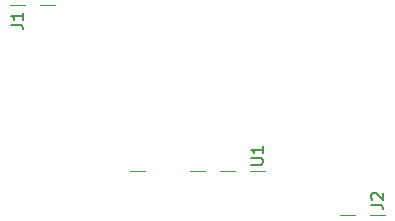
<source format=gbr>
%TF.GenerationSoftware,KiCad,Pcbnew,(6.0.9-0)*%
%TF.CreationDate,2023-03-30T16:31:36+10:00*%
%TF.ProjectId,Feather M0 Temp Sensor,46656174-6865-4722-904d-302054656d70,rev?*%
%TF.SameCoordinates,Original*%
%TF.FileFunction,Legend,Top*%
%TF.FilePolarity,Positive*%
%FSLAX46Y46*%
G04 Gerber Fmt 4.6, Leading zero omitted, Abs format (unit mm)*
G04 Created by KiCad (PCBNEW (6.0.9-0)) date 2023-03-30 16:31:36*
%MOMM*%
%LPD*%
G01*
G04 APERTURE LIST*
%ADD10C,0.150000*%
%ADD11C,0.120000*%
G04 APERTURE END LIST*
D10*
%TO.C,J1*%
X98512380Y-58753333D02*
X99226666Y-58753333D01*
X99369523Y-58800952D01*
X99464761Y-58896190D01*
X99512380Y-59039047D01*
X99512380Y-59134285D01*
X99512380Y-57753333D02*
X99512380Y-58324761D01*
X99512380Y-58039047D02*
X98512380Y-58039047D01*
X98655238Y-58134285D01*
X98750476Y-58229523D01*
X98798095Y-58324761D01*
%TO.C,U1*%
X118832380Y-70611904D02*
X119641904Y-70611904D01*
X119737142Y-70564285D01*
X119784761Y-70516666D01*
X119832380Y-70421428D01*
X119832380Y-70230952D01*
X119784761Y-70135714D01*
X119737142Y-70088095D01*
X119641904Y-70040476D01*
X118832380Y-70040476D01*
X119832380Y-69040476D02*
X119832380Y-69611904D01*
X119832380Y-69326190D02*
X118832380Y-69326190D01*
X118975238Y-69421428D01*
X119070476Y-69516666D01*
X119118095Y-69611904D01*
%TO.C,J2*%
X128992380Y-73993333D02*
X129706666Y-73993333D01*
X129849523Y-74040952D01*
X129944761Y-74136190D01*
X129992380Y-74279047D01*
X129992380Y-74374285D01*
X129087619Y-73564761D02*
X129040000Y-73517142D01*
X128992380Y-73421904D01*
X128992380Y-73183809D01*
X129040000Y-73088571D01*
X129087619Y-73040952D01*
X129182857Y-72993333D01*
X129278095Y-72993333D01*
X129420952Y-73040952D01*
X129992380Y-73612380D01*
X129992380Y-72993333D01*
D11*
%TO.C,J1*%
X100980000Y-57125000D02*
X102250000Y-57125000D01*
X98440000Y-57125000D02*
X99710000Y-57125000D01*
%TO.C,U1*%
X109855000Y-71120000D02*
X108585000Y-71120000D01*
X117475000Y-71120000D02*
X116205000Y-71120000D01*
X114935000Y-71120000D02*
X113665000Y-71120000D01*
X120015000Y-71120000D02*
X118745000Y-71120000D01*
%TO.C,J2*%
X130175000Y-74870000D02*
X128905000Y-74870000D01*
X127635000Y-74870000D02*
X126365000Y-74870000D01*
%TD*%
M02*

</source>
